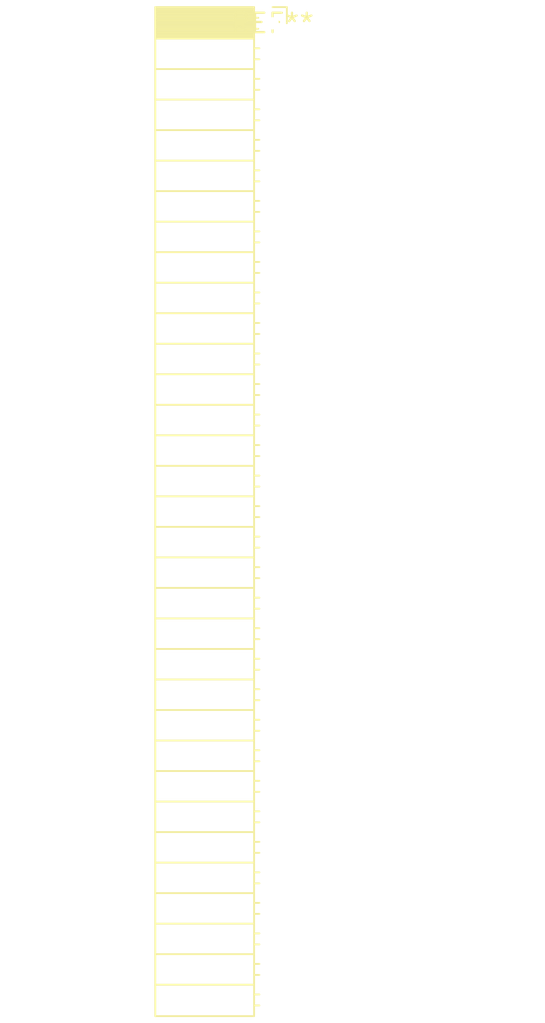
<source format=kicad_pcb>
(kicad_pcb (version 20240108) (generator pcbnew)
  (layers (0 "F.Cu" signal) (31 "B.Cu" signal) (34 "B.Paste" user) (35 "F.Paste" user) (36 "B.SilkS" user "B.Silkscreen") (37 "F.SilkS" user "F.Silkscreen") (38 "B.Mask" user) (39 "F.Mask" user) (44 "Edge.Cuts" user))
  (net 0 "")
  (footprint "PinSocket_1x33_P2.00mm_Horizontal" (layer "F.Cu") (at 0 0)
    (property "Reference" "REF**")
    (property "Value" "PinSocket_1x33_P2.00mm_Horizontal")
    (fp_line (start -7.68 -1.06) (end -7.68 65.06) (layer "F.SilkS") (stroke (width 0.12)))
    (fp_line (start -7.68 -1.06) (end -1.21 -1.06) (layer "F.SilkS") (stroke (width 0.12)))
    (fp_line (start -7.68 -0.94) (end -1.21 -0.94) (layer "F.SilkS") (stroke (width 0.12)))
    (fp_line (start -7.68 -0.825882) (end -1.21 -0.825882) (layer "F.SilkS") (stroke (width 0.12)))
    (fp_line (start -7.68 -0.711764) (end -1.21 -0.711764) (layer "F.SilkS") (stroke (width 0.12)))
    (fp_line (start -7.68 -0.597646) (end -1.21 -0.597646) (layer "F.SilkS") (stroke (width 0.12)))
    (fp_line (start -7.68 -0.483528) (end -1.21 -0.483528) (layer "F.SilkS") (stroke (width 0.12)))
    (fp_line (start -7.68 -0.36941) (end -1.21 -0.36941) (layer "F.SilkS") (stroke (width 0.12)))
    (fp_line (start -7.68 -0.255292) (end -1.21 -0.255292) (layer "F.SilkS") (stroke (width 0.12)))
    (fp_line (start -7.68 -0.141174) (end -1.21 -0.141174) (layer "F.SilkS") (stroke (width 0.12)))
    (fp_line (start -7.68 -0.027056) (end -1.21 -0.027056) (layer "F.SilkS") (stroke (width 0.12)))
    (fp_line (start -7.68 0.087062) (end -1.21 0.087062) (layer "F.SilkS") (stroke (width 0.12)))
    (fp_line (start -7.68 0.20118) (end -1.21 0.20118) (layer "F.SilkS") (stroke (width 0.12)))
    (fp_line (start -7.68 0.315298) (end -1.21 0.315298) (layer "F.SilkS") (stroke (width 0.12)))
    (fp_line (start -7.68 0.429416) (end -1.21 0.429416) (layer "F.SilkS") (stroke (width 0.12)))
    (fp_line (start -7.68 0.543534) (end -1.21 0.543534) (layer "F.SilkS") (stroke (width 0.12)))
    (fp_line (start -7.68 0.657652) (end -1.21 0.657652) (layer "F.SilkS") (stroke (width 0.12)))
    (fp_line (start -7.68 0.77177) (end -1.21 0.77177) (layer "F.SilkS") (stroke (width 0.12)))
    (fp_line (start -7.68 0.885888) (end -1.21 0.885888) (layer "F.SilkS") (stroke (width 0.12)))
    (fp_line (start -7.68 1) (end -1.21 1) (layer "F.SilkS") (stroke (width 0.12)))
    (fp_line (start -7.68 3) (end -1.21 3) (layer "F.SilkS") (stroke (width 0.12)))
    (fp_line (start -7.68 5) (end -1.21 5) (layer "F.SilkS") (stroke (width 0.12)))
    (fp_line (start -7.68 7) (end -1.21 7) (layer "F.SilkS") (stroke (width 0.12)))
    (fp_line (start -7.68 9) (end -1.21 9) (layer "F.SilkS") (stroke (width 0.12)))
    (fp_line (start -7.68 11) (end -1.21 11) (layer "F.SilkS") (stroke (width 0.12)))
    (fp_line (start -7.68 13) (end -1.21 13) (layer "F.SilkS") (stroke (width 0.12)))
    (fp_line (start -7.68 15) (end -1.21 15) (layer "F.SilkS") (stroke (width 0.12)))
    (fp_line (start -7.68 17) (end -1.21 17) (layer "F.SilkS") (stroke (width 0.12)))
    (fp_line (start -7.68 19) (end -1.21 19) (layer "F.SilkS") (stroke (width 0.12)))
    (fp_line (start -7.68 21) (end -1.21 21) (layer "F.SilkS") (stroke (width 0.12)))
    (fp_line (start -7.68 23) (end -1.21 23) (layer "F.SilkS") (stroke (width 0.12)))
    (fp_line (start -7.68 25) (end -1.21 25) (layer "F.SilkS") (stroke (width 0.12)))
    (fp_line (start -7.68 27) (end -1.21 27) (layer "F.SilkS") (stroke (width 0.12)))
    (fp_line (start -7.68 29) (end -1.21 29) (layer "F.SilkS") (stroke (width 0.12)))
    (fp_line (start -7.68 31) (end -1.21 31) (layer "F.SilkS") (stroke (width 0.12)))
    (fp_line (start -7.68 33) (end -1.21 33) (layer "F.SilkS") (stroke (width 0.12)))
    (fp_line (start -7.68 35) (end -1.21 35) (layer "F.SilkS") (stroke (width 0.12)))
    (fp_line (start -7.68 37) (end -1.21 37) (layer "F.SilkS") (stroke (width 0.12)))
    (fp_line (start -7.68 39) (end -1.21 39) (layer "F.SilkS") (stroke (width 0.12)))
    (fp_line (start -7.68 41) (end -1.21 41) (layer "F.SilkS") (stroke (width 0.12)))
    (fp_line (start -7.68 43) (end -1.21 43) (layer "F.SilkS") (stroke (width 0.12)))
    (fp_line (start -7.68 45) (end -1.21 45) (layer "F.SilkS") (stroke (width 0.12)))
    (fp_line (start -7.68 47) (end -1.21 47) (layer "F.SilkS") (stroke (width 0.12)))
    (fp_line (start -7.68 49) (end -1.21 49) (layer "F.SilkS") (stroke (width 0.12)))
    (fp_line (start -7.68 51) (end -1.21 51) (layer "F.SilkS") (stroke (width 0.12)))
    (fp_line (start -7.68 53) (end -1.21 53) (layer "F.SilkS") (stroke (width 0.12)))
    (fp_line (start -7.68 55) (end -1.21 55) (layer "F.SilkS") (stroke (width 0.12)))
    (fp_line (start -7.68 57) (end -1.21 57) (layer "F.SilkS") (stroke (width 0.12)))
    (fp_line (start -7.68 59) (end -1.21 59) (layer "F.SilkS") (stroke (width 0.12)))
    (fp_line (start -7.68 61) (end -1.21 61) (layer "F.SilkS") (stroke (width 0.12)))
    (fp_line (start -7.68 63) (end -1.21 63) (layer "F.SilkS") (stroke (width 0.12)))
    (fp_line (start -7.68 65.06) (end -1.21 65.06) (layer "F.SilkS") (stroke (width 0.12)))
    (fp_line (start -1.21 -1.06) (end -1.21 65.06) (layer "F.SilkS") (stroke (width 0.12)))
    (fp_line (start -1.21 -0.36) (end -0.935 -0.36) (layer "F.SilkS") (stroke (width 0.12)))
    (fp_line (start -1.21 0.36) (end -0.935 0.36) (layer "F.SilkS") (stroke (width 0.12)))
    (fp_line (start -1.21 1.64) (end -0.862917 1.64) (layer "F.SilkS") (stroke (width 0.12)))
    (fp_line (start -1.21 2.36) (end -0.862917 2.36) (layer "F.SilkS") (stroke (width 0.12)))
    (fp_line (start -1.21 3.64) (end -0.862917 3.64) (layer "F.SilkS") (stroke (width 0.12)))
    (fp_line (start -1.21 4.36) (end -0.862917 4.36) (layer "F.SilkS") (stroke (width 0.12)))
    (fp_line (start -1.21 5.64) (end -0.862917 5.64) (layer "F.SilkS") (stroke (width 0.12)))
    (fp_line (start -1.21 6.36) (end -0.862917 6.36) (layer "F.SilkS") (stroke (width 0.12)))
    (fp_line (start -1.21 7.64) (end -0.862917 7.64) (layer "F.SilkS") (stroke (width 0.12)))
    (fp_line (start -1.21 8.36) (end -0.862917 8.36) (layer "F.SilkS") (stroke (width 0.12)))
    (fp_line (start -1.21 9.64) (end -0.862917 9.64) (layer "F.SilkS") (stroke (width 0.12)))
    (fp_line (start -1.21 10.36) (end -0.862917 10.36) (layer "F.SilkS") (stroke (width 0.12)))
    (fp_line (start -1.21 11.64) (end -0.862917 11.64) (layer "F.SilkS") (stroke (width 0.12)))
    (fp_line (start -1.21 12.36) (end -0.862917 12.36) (layer "F.SilkS") (stroke (width 0.12)))
    (fp_line (start -1.21 13.64) (end -0.862917 13.64) (layer "F.SilkS") (stroke (width 0.12)))
    (fp_line (start -1.21 14.36) (end -0.862917 14.36) (layer "F.SilkS") (stroke (width 0.12)))
    (fp_line (start -1.21 15.64) (end -0.862917 15.64) (layer "F.SilkS") (stroke (width 0.12)))
    (fp_line (start -1.21 16.36) (end -0.862917 16.36) (layer "F.SilkS") (stroke (width 0.12)))
    (fp_line (start -1.21 17.64) (end -0.862917 17.64) (layer "F.SilkS") (stroke (width 0.12)))
    (fp_line (start -1.21 18.36) (end -0.862917 18.36) (layer "F.SilkS") (stroke (width 0.12)))
    (fp_line (start -1.21 19.64) (end -0.862917 19.64) (layer "F.SilkS") (stroke (width 0.12)))
    (fp_line (start -1.21 20.36) (end -0.862917 20.36) (layer "F.SilkS") (stroke (width 0.12)))
    (fp_line (start -1.21 21.64) (end -0.862917 21.64) (layer "F.SilkS") (stroke (width 0.12)))
    (fp_line (start -1.21 22.36) (end -0.862917 22.36) (layer "F.SilkS") (stroke (width 0.12)))
    (fp_line (start -1.21 23.64) (end -0.862917 23.64) (layer "F.SilkS") (stroke (width 0.12)))
    (fp_line (start -1.21 24.36) (end -0.862917 24.36) (layer "F.SilkS") (stroke (width 0.12)))
    (fp_line (start -1.21 25.64) (end -0.862917 25.64) (layer "F.SilkS") (stroke (width 0.12)))
    (fp_line (start -1.21 26.36) (end -0.862917 26.36) (layer "F.SilkS") (stroke (width 0.12)))
    (fp_line (start -1.21 27.64) (end -0.862917 27.64) (layer "F.SilkS") (stroke (width 0.12)))
    (fp_line (start -1.21 28.36) (end -0.862917 28.36) (layer "F.SilkS") (stroke (width 0.12)))
    (fp_line (start -1.21 29.64) (end -0.862917 29.64) (layer "F.SilkS") (stroke (width 0.12)))
    (fp_line (start -1.21 30.36) (end -0.862917 30.36) (layer "F.SilkS") (stroke (width 0.12)))
    (fp_line (start -1.21 31.64) (end -0.862917 31.64) (layer "F.SilkS") (stroke (width 0.12)))
    (fp_line (start -1.21 32.36) (end -0.862917 32.36) (layer "F.SilkS") (stroke (width 0.12)))
    (fp_line (start -1.21 33.64) (end -0.862917 33.64) (layer "F.SilkS") (stroke (width 0.12)))
    (fp_line (start -1.21 34.36) (end -0.862917 34.36) (layer "F.SilkS") (stroke (width 0.12)))
    (fp_line (start -1.21 35.64) (end -0.862917 35.64) (layer "F.SilkS") (stroke (width 0.12)))
    (fp_line (start -1.21 36.36) (end -0.862917 36.36) (layer "F.SilkS") (stroke (width 0.12)))
    (fp_line (start -1.21 37.64) (end -0.862917 37.64) (layer "F.SilkS") (stroke (width 0.12)))
    (fp_line (start -1.21 38.36) (end -0.862917 38.36) (layer "F.SilkS") (stroke (width 0.12)))
    (fp_line (start -1.21 39.64) (end -0.862917 39.64) (layer "F.SilkS") (stroke (width 0.12)))
    (fp_line (start -1.21 40.36) (end -0.862917 40.36) (layer "F.SilkS") (stroke (width 0.12)))
    (fp_line (start -1.21 41.64) (end -0.862917 41.64) (layer "F.SilkS") (stroke (width 0.12)))
    (fp_line (start -1.21 42.36) (end -0.862917 42.36) (layer "F.SilkS") (stroke (width 0.12)))
    (fp_line (start -1.21 43.64) (end -0.862917 43.64) (layer "F.SilkS") (stroke (width 0.12)))
    (fp_line (start -1.21 44.36) (end -0.862917 44.36) (layer "F.SilkS") (stroke (width 0.12)))
    (fp_line (start -1.21 45.64) (end -0.862917 45.64) (layer "F.SilkS") (stroke (width 0.12)))
    (fp_line (start -1.21 46.36) (end -0.862917 46.36) (layer "F.SilkS") (stroke (width 0.12)))
    (fp_line (start -1.21 47.64) (end -0.862917 47.64) (layer "F.SilkS") (stroke (width 0.12)))
    (fp_line (start -1.21 48.36) (end -0.862917 48.36) (layer "F.SilkS") (stroke (width 0.12)))
    (fp_line (start -1.21 49.64) (end -0.862917 49.64) (layer "F.SilkS") (stroke (width 0.12)))
    (fp_line (start -1.21 50.36) (end -0.862917 50.36) (layer "F.SilkS") (stroke (width 0.12)))
    (fp_line (start -1.21 51.64) (end -0.862917 51.64) (layer "F.SilkS") (stroke (width 0.12)))
    (fp_line (start -1.21 52.36) (end -0.862917 52.36) (layer "F.SilkS") (stroke (width 0.12)))
    (fp_line (start -1.21 53.64) (end -0.862917 53.64) (layer "F.SilkS") (stroke (width 0.12)))
    (fp_line (start -1.21 54.36) (end -0.862917 54.36) (layer "F.SilkS") (stroke (width 0.12)))
    (fp_line (start -1.21 55.64) (end -0.862917 55.64) (layer "F.SilkS") (stroke (width 0.12)))
    (fp_line (start -1.21 56.36) (end -0.862917 56.36) (layer "F.SilkS") (stroke (width 0.12)))
    (fp_line (start -1.21 57.64) (end -0.862917 57.64) (layer "F.SilkS") (stroke (width 0.12)))
    (fp_line (start -1.21 58.36) (end -0.862917 58.36) (layer "F.SilkS") (stroke (width 0.12)))
    (fp_line (start -1.21 59.64) (end -0.862917 59.64) (layer "F.SilkS") (stroke (width 0.12)))
    (fp_line (start -1.21 60.36) (end -0.862917 60.36) (layer "F.SilkS") (stroke (width 0.12)))
    (fp_line (start -1.21 61.64) (end -0.862917 61.64) (layer "F.SilkS") (stroke (width 0.12)))
    (fp_line (start -1.21 62.36) (end -0.862917 62.36) (layer "F.SilkS") (stroke (width 0.12)))
    (fp_line (start -1.21 63.64) (end -0.862917 63.64) (layer "F.SilkS") (stroke (width 0.12)))
    (fp_line (start -1.21 64.36) (end -0.862917 64.36) (layer "F.SilkS") (stroke (width 0.12)))
    (fp_line (start 0 -1.06) (end 0.935 -1.06) (layer "F.SilkS") (stroke (width 0.12)))
    (fp_line (start 0.935 -1.06) (end 0.935 0) (layer "F.SilkS") (stroke (width 0.12)))
    (pad "1" thru_hole rect (at 0 0) (size 1.35 1.35) (drill 0.8) (layers *.Cu *.Mask) (remove_unused_layers))
    (pad "2" thru_hole oval (at 0 2) (size 1.35 1.35) (drill 0.8) (layers *.Cu *.Mask) (remove_unused_layers))
    (pad "3" thru_hole oval (at 0 4) (size 1.35 1.35) (drill 0.8) (layers *.Cu *.Mask) (remove_unused_layers))
    (pad "4" thru_hole oval (at 0 6) (size 1.35 1.35) (drill 0.8) (layers *.Cu *.Mask) (remove_unused_layers))
    (pad "5" thru_hole oval (at 0 8) (size 1.35 1.35) (drill 0.8) (layers *.Cu *.Mask) (remove_unused_layers))
    (pad "6" thru_hole oval (at 0 10) (size 1.35 1.35) (drill 0.8) (layers *.Cu *.Mask) (remove_unused_layers))
    (pad "7" thru_hole oval (at 0 12) (size 1.35 1.35) (drill 0.8) (layers *.Cu *.Mask) (remove_unused_layers))
    (pad "8" thru_hole oval (at 0 14) (size 1.35 1.35) (drill 0.8) (layers *.Cu *.Mask) (remove_unused_layers))
    (pad "9" thru_hole oval (at 0 16) (size 1.35 1.35) (drill 0.8) (layers *.Cu *.Mask) (remove_unused_layers))
    (pad "10" thru_hole oval (at 0 18) (size 1.35 1.35) (drill 0.8) (layers *.Cu *.Mask) (remove_unused_layers))
    (pad "11" thru_hole oval (at 0 20) (size 1.35 1.35) (drill 0.8) (layers *.Cu *.Mask) (remove_unused_layers))
    (pad "12" thru_hole oval (at 0 22) (size 1.35 1.35) (drill 0.8) (layers *.Cu *.Mask) (remove_unused_layers))
    (pad "13" thru_hole oval (at 0 24) (size 1.35 1.35) (drill 0.8) (layers *.Cu *.Mask) (remove_unused_layers))
    (pad "14" thru_hole oval (at 0 26) (size 1.35 1.35) (drill 0.8) (layers *.Cu *.Mask) (remove_unused_layers))
    (pad "15" thru_hole oval (at 0 28) (size 1.35 1.35) (drill 0.8) (layers *.Cu *.Mask) (remove_unused_layers))
    (pad "16" thru_hole oval (at 0 30) (size 1.35 1.35) (drill 0.8) (layers *.Cu *.Mask) (remove_unused_layers))
    (pad "17" thru_hole oval (at 0 32) (size 1.35 1.35) (drill 0.8) (layers *.Cu *.Mask) (remove_unused_layers))
    (pad "18" thru_hole oval (at 0 34) (size 1.35 1.35) (drill 0.8) (layers *.Cu *.Mask) (remove_unused_layers))
    (pad "19" thru_hole oval (at 0 36) (size 1.35 1.35) (drill 0.8) (layers *.Cu *.Mask) (remove_unused_layers))
    (pad "20" thru_hole oval (at 0 38) (size 1.35 1.35) (drill 0.8) (layers *.Cu *.Mask) (remove_unused_layers))
    (pad "21" thru_hole oval (at 0 40) (size 1.35 1.35) (drill 0.8) (layers *.Cu *.Mask) (remove_unused_layers))
    (pad "22" thru_hole oval (at 0 42) (size 1.35 1.35) (drill 0.8) (layers *.Cu *.Mask) (remove_unused_layers))
    (pad "23" thru_hole oval (at 0 44) (size 1.35 1.35) (drill 0.8) (layers *.Cu *.Mask) (remove_unused_layers))
    (pad "24" thru_hole oval (at 0 46) (size 1.35 1.35) (drill 0.8) (layers *.Cu *.Mask) (remove_unused_layers))
    (pad "25" thru_hole oval (at 0 48) (size 1.35 1.35) (drill 0.8) (layers *.Cu *.Mask) (remove_unused_layers))
    (pad "26" thru_hole oval (at 0 50) (size 1.35 1.35) (drill 0.8) (layers *.Cu *.Mask) (remove_unused_layers))
    (pad "27" thru_hole oval (at 0 52) (size 1.35 1.35) (drill 0.8) (layers *.Cu *.Mask) (remove_unused_layers))
    (pad "28" thru_hole oval (at 0 54) (size 1.35 1.35) (drill 0.8) (layers *.Cu *.Mask) (remove_unused_layers))
    (pad "29" thru_hole oval (at 0 56) (size 1.35 1.35) (drill 0.8) (layers *.Cu *.Mask) (remove_unused_layers))
    (pad "30" thru_hole oval (at 0 58) (size 1.35 1.35) (drill 0.8) (layers *.Cu *.Mask) (remove_unused_layers))
    (pad "31" thru_hole oval (at 0 60) (size 1.35 1.35) (drill 0.8) (layers *.Cu *.Mask) (remove_unused_layers))
    (pad "32" thru_hole oval (at 0 62) (size 1.35 1.35) (drill 0.8) (layers *.Cu *.Mask) (remove_unused_layers))
    (pad "33" thru_hole oval (at 0 64) (size 1.35 1.35) (drill 0.8) (layers *.Cu *.Mask) (remove_unused_layers))
  )
)
</source>
